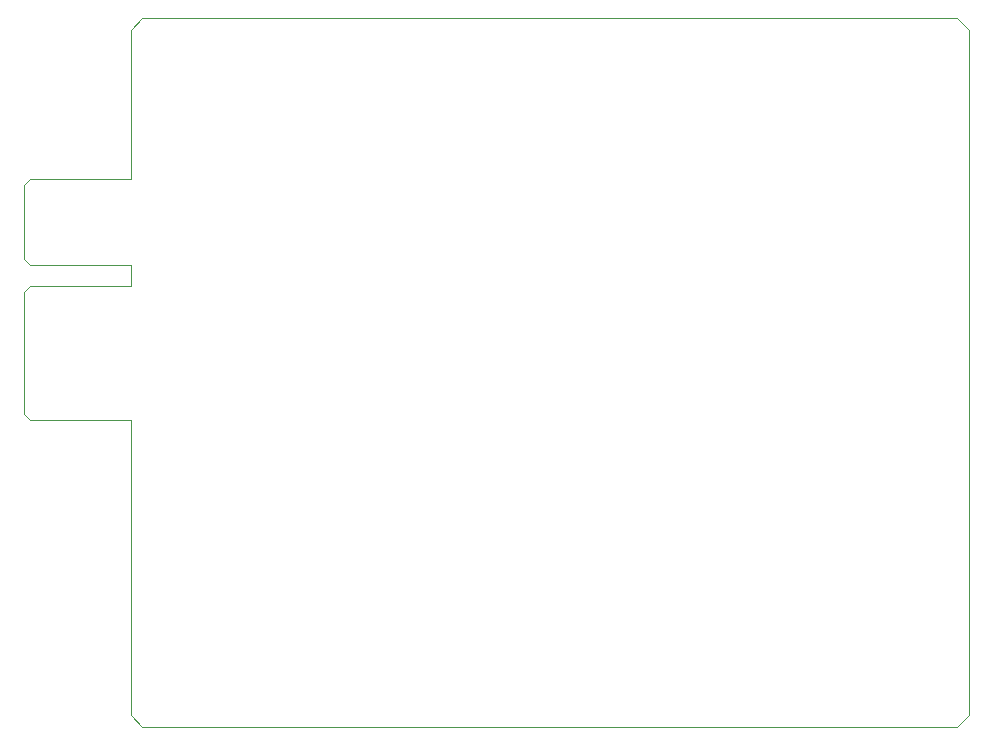
<source format=gbr>
G04 #@! TF.GenerationSoftware,KiCad,Pcbnew,5.0.2+dfsg1-1*
G04 #@! TF.CreationDate,2021-07-01T00:09:32-05:00*
G04 #@! TF.ProjectId,dcpsu-card-ahalf,64637073-752d-4636-9172-642d6168616c,v0.4*
G04 #@! TF.SameCoordinates,Original*
G04 #@! TF.FileFunction,Profile,NP*
%FSLAX46Y46*%
G04 Gerber Fmt 4.6, Leading zero omitted, Abs format (unit mm)*
G04 Created by KiCad (PCBNEW 5.0.2+dfsg1-1) date Thu 01 Jul 2021 12:09:32 AM CDT*
%MOMM*%
%LPD*%
G01*
G04 APERTURE LIST*
%ADD10C,0.100000*%
G04 APERTURE END LIST*
D10*
X80500000Y-104000000D02*
X80000000Y-103500000D01*
X80500000Y-92700000D02*
X80000000Y-93200000D01*
X80500000Y-90900000D02*
X80000000Y-90400000D01*
X80000000Y-84100000D02*
X80500000Y-83600000D01*
X160000000Y-71000000D02*
X160000000Y-129000000D01*
X160000000Y-129000000D02*
X159000000Y-130000000D01*
X90000000Y-130000000D02*
X89000000Y-129000000D01*
X90000000Y-70000000D02*
X159000000Y-70000000D01*
X89000000Y-129000000D02*
X89000000Y-104000000D01*
X80500000Y-83600000D02*
X89000000Y-83600000D01*
X80500000Y-104000000D02*
X89000000Y-104000000D01*
X89000000Y-90900000D02*
X80500000Y-90900000D01*
X89000000Y-92700000D02*
X80500000Y-92700000D01*
X80000000Y-90400000D02*
X80000000Y-84100000D01*
X89000000Y-92700000D02*
X89000000Y-90900000D01*
X89000000Y-83600000D02*
X89000000Y-71000000D01*
X80000000Y-103500000D02*
X80000000Y-93200000D01*
X159000000Y-130000000D02*
X90000000Y-130000000D01*
X159000000Y-70000000D02*
X160000000Y-71000000D01*
X89000000Y-71000000D02*
X90000000Y-70000000D01*
M02*

</source>
